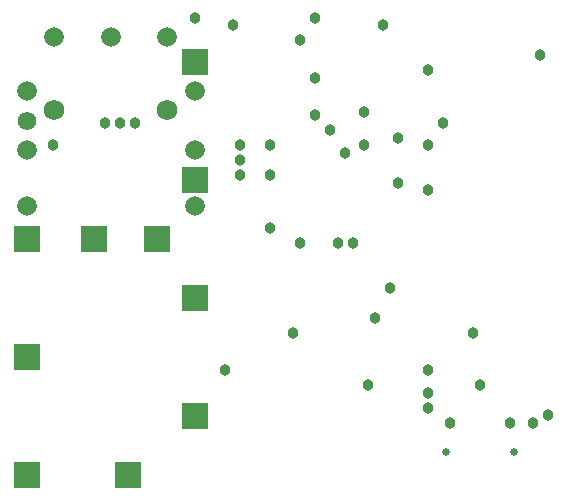
<source format=gbs>
G04*
G04 #@! TF.GenerationSoftware,Altium Limited,Altium Designer,22.2.1 (43)*
G04*
G04 Layer_Color=16711935*
%FSLAX25Y25*%
%MOIN*%
G70*
G04*
G04 #@! TF.SameCoordinates,F70C61CB-F540-4537-8945-4C51125ABCB5*
G04*
G04*
G04 #@! TF.FilePolarity,Negative*
G04*
G01*
G75*
%ADD33C,0.02559*%
%ADD34C,0.06902*%
%ADD35C,0.06147*%
%ADD36C,0.06540*%
%ADD37R,0.08674X0.08674*%
%ADD38C,0.03800*%
D33*
X156122Y25256D02*
D03*
X178878D02*
D03*
D34*
X63189Y139154D02*
D03*
X25394D02*
D03*
D35*
X16240Y135610D02*
D03*
D36*
Y145453D02*
D03*
Y125768D02*
D03*
Y107264D02*
D03*
X25394Y163563D02*
D03*
X44291D02*
D03*
X63189D02*
D03*
X72342Y145453D02*
D03*
Y125768D02*
D03*
Y107264D02*
D03*
D37*
X16240Y96240D02*
D03*
Y56870D02*
D03*
Y17500D02*
D03*
X38583Y96240D02*
D03*
X50000Y17500D02*
D03*
X59842Y96240D02*
D03*
X72342Y37185D02*
D03*
Y76555D02*
D03*
Y115925D02*
D03*
Y155295D02*
D03*
D38*
X25000Y127500D02*
D03*
X128645Y138550D02*
D03*
X128816Y127500D02*
D03*
X112438Y137438D02*
D03*
X150000Y112500D02*
D03*
X112500Y170000D02*
D03*
X122500Y125000D02*
D03*
X117500Y132500D02*
D03*
X120000Y95000D02*
D03*
X132500Y70000D02*
D03*
X107500Y95000D02*
D03*
X150000Y127500D02*
D03*
X140000Y130000D02*
D03*
X155000Y135000D02*
D03*
X187500Y157500D02*
D03*
X150000Y152500D02*
D03*
X135000Y167500D02*
D03*
X107500Y162500D02*
D03*
X112500Y150000D02*
D03*
X165000Y65000D02*
D03*
X177500Y35000D02*
D03*
X190000Y37500D02*
D03*
X157500Y35000D02*
D03*
X185000D02*
D03*
X150000Y40000D02*
D03*
X167500Y47500D02*
D03*
X150000Y52500D02*
D03*
Y45000D02*
D03*
X140000Y115000D02*
D03*
X125000Y95000D02*
D03*
X137500Y80000D02*
D03*
X130000Y47500D02*
D03*
X82500Y52500D02*
D03*
X105000Y65000D02*
D03*
X87500Y127500D02*
D03*
X97500Y117500D02*
D03*
Y127650D02*
D03*
X52500Y135000D02*
D03*
X72500Y169850D02*
D03*
X47500Y135000D02*
D03*
X87500Y117500D02*
D03*
X42500Y135000D02*
D03*
X87500Y122500D02*
D03*
X85150Y167500D02*
D03*
X97500Y100000D02*
D03*
M02*

</source>
